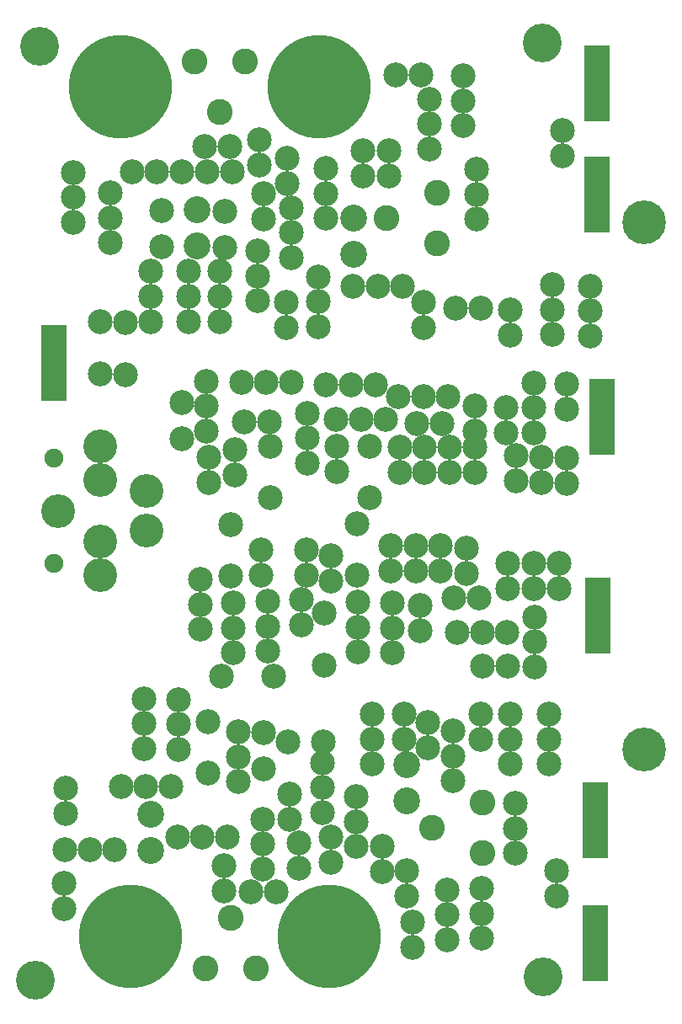
<source format=gbr>
G04 #@! TF.FileFunction,Soldermask,Bot*
%FSLAX46Y46*%
G04 Gerber Fmt 4.6, Leading zero omitted, Abs format (unit mm)*
G04 Created by KiCad (PCBNEW 4.0.7) date Tuesday, August 03, 2021 'PMt' 04:14:27 PM*
%MOMM*%
%LPD*%
G01*
G04 APERTURE LIST*
%ADD10C,0.100000*%
%ADD11C,2.500000*%
%ADD12C,1.900000*%
%ADD13C,3.400000*%
%ADD14R,2.500000X2.500000*%
%ADD15C,2.700000*%
%ADD16C,2.600000*%
%ADD17C,10.400000*%
%ADD18C,4.400000*%
%ADD19C,3.900000*%
G04 APERTURE END LIST*
D10*
D11*
X211400000Y-103430000D03*
X211400000Y-105970000D03*
X195700000Y-93730000D03*
X195700000Y-96270000D03*
X199170000Y-91000000D03*
X196630000Y-91000000D03*
X198400000Y-103830000D03*
X198400000Y-106370000D03*
X202400000Y-111370000D03*
X202400000Y-108830000D03*
X202200000Y-133280000D03*
X202200000Y-135820000D03*
X201200000Y-128430000D03*
X201200000Y-130970000D03*
X215150000Y-121180000D03*
X215150000Y-123720000D03*
X212750000Y-120330000D03*
X212750000Y-122870000D03*
X213050000Y-136080000D03*
X213050000Y-138620000D03*
X210550000Y-133680000D03*
X210550000Y-136220000D03*
D12*
X177550000Y-105200000D03*
X177550000Y-94600000D03*
D13*
X177950000Y-99900000D03*
X186850000Y-101900000D03*
X186850000Y-97900000D03*
X182200000Y-103000000D03*
X182200000Y-106400000D03*
X182200000Y-93400000D03*
X182200000Y-96800000D03*
D11*
X203000000Y-95100000D03*
X203000000Y-92600000D03*
X203000000Y-90100000D03*
X201400000Y-87000000D03*
X198900000Y-87000000D03*
X196400000Y-87000000D03*
X192900000Y-86900000D03*
X192900000Y-89400000D03*
X192900000Y-91900000D03*
X204900000Y-87200000D03*
X207400000Y-87200000D03*
X209900000Y-87200000D03*
X205900000Y-90700000D03*
X208400000Y-90700000D03*
X210900000Y-90700000D03*
X212200000Y-88400000D03*
X214700000Y-88400000D03*
X217200000Y-88400000D03*
X225806000Y-87035000D03*
X225806000Y-89535000D03*
X225806000Y-92035000D03*
X199000000Y-114000000D03*
X199000000Y-111500000D03*
X199000000Y-109000000D03*
X195600000Y-114200000D03*
X195600000Y-111700000D03*
X195600000Y-109200000D03*
X192300000Y-111800000D03*
X192300000Y-109300000D03*
X192300000Y-106800000D03*
X211600000Y-114200000D03*
X211600000Y-111700000D03*
X211600000Y-109200000D03*
X208100000Y-114100000D03*
X208100000Y-111600000D03*
X208100000Y-109100000D03*
X223100000Y-112100000D03*
X220600000Y-112100000D03*
X218100000Y-112100000D03*
X225900000Y-115600000D03*
X225900000Y-113100000D03*
X225900000Y-110600000D03*
X183650000Y-134000000D03*
X181150000Y-134000000D03*
X178650000Y-134000000D03*
X186600000Y-118800000D03*
X186600000Y-121300000D03*
X186600000Y-123800000D03*
X194950000Y-132700000D03*
X192450000Y-132700000D03*
X189950000Y-132700000D03*
X190050000Y-118900000D03*
X190050000Y-121400000D03*
X190050000Y-123900000D03*
X184300000Y-127650000D03*
X186800000Y-127650000D03*
X189300000Y-127650000D03*
X196100000Y-127150000D03*
X196100000Y-124650000D03*
X196100000Y-122150000D03*
X198500000Y-130900000D03*
X198500000Y-133400000D03*
X198500000Y-135900000D03*
X204550000Y-130250000D03*
X204550000Y-127750000D03*
X204550000Y-125250000D03*
X209550000Y-120350000D03*
X209550000Y-122850000D03*
X209550000Y-125350000D03*
X207900000Y-128650000D03*
X207900000Y-131150000D03*
X207900000Y-133650000D03*
X217650000Y-122050000D03*
X217650000Y-124550000D03*
X217650000Y-127050000D03*
X220550000Y-142900000D03*
X220550000Y-140400000D03*
X220550000Y-137900000D03*
X223400000Y-125350000D03*
X223400000Y-122850000D03*
X223400000Y-120350000D03*
X217050000Y-143000000D03*
X217050000Y-140500000D03*
X217050000Y-138000000D03*
X223950000Y-129350000D03*
X223950000Y-131850000D03*
X223950000Y-134350000D03*
X227300000Y-125350000D03*
X227300000Y-122850000D03*
X227300000Y-120350000D03*
D14*
X232000000Y-140860000D03*
X232000000Y-143400000D03*
X232000000Y-145940000D03*
X232000000Y-128460000D03*
X232000000Y-131000000D03*
X232000000Y-133540000D03*
D11*
X206000000Y-93430000D03*
X206000000Y-95970000D03*
X214030000Y-91100000D03*
X216570000Y-91100000D03*
X229108000Y-87122000D03*
X229108000Y-89662000D03*
X217300000Y-93530000D03*
X217300000Y-96070000D03*
X219900000Y-89330000D03*
X219900000Y-91870000D03*
X223000000Y-89530000D03*
X223000000Y-92070000D03*
X193100000Y-94530000D03*
X193100000Y-97070000D03*
X214400000Y-109430000D03*
X214400000Y-111970000D03*
X213900000Y-103430000D03*
X213900000Y-105970000D03*
X220630000Y-115500000D03*
X223170000Y-115500000D03*
X216400000Y-103430000D03*
X216400000Y-105970000D03*
X219000000Y-103630000D03*
X219000000Y-106170000D03*
X205400000Y-104430000D03*
X205400000Y-106970000D03*
X202900000Y-103830000D03*
X202900000Y-106370000D03*
X178750000Y-127830000D03*
X178750000Y-130370000D03*
X194600000Y-138120000D03*
X194600000Y-135580000D03*
D15*
X187250000Y-134050000D03*
X187250000Y-130450000D03*
D11*
X205400000Y-135270000D03*
X205400000Y-132730000D03*
D15*
X213000000Y-129050000D03*
X213000000Y-125450000D03*
D11*
X220450000Y-122870000D03*
X220450000Y-120330000D03*
X213600000Y-143770000D03*
X213600000Y-141230000D03*
X199870000Y-138250000D03*
X197330000Y-138250000D03*
X178550000Y-137380000D03*
X178550000Y-139920000D03*
D16*
X220600000Y-129260000D03*
X220600000Y-134340000D03*
X215520000Y-131800000D03*
X197890000Y-145900000D03*
X192810000Y-145900000D03*
X195350000Y-140820000D03*
D11*
X198200000Y-65170000D03*
X198200000Y-62630000D03*
X198600000Y-70570000D03*
X198600000Y-68030000D03*
X220470000Y-79500000D03*
X217930000Y-79500000D03*
X223400000Y-82270000D03*
X223400000Y-79730000D03*
X208600000Y-66270000D03*
X208600000Y-63730000D03*
X211200000Y-63730000D03*
X211200000Y-66270000D03*
D14*
X177550000Y-87540000D03*
X177550000Y-85000000D03*
X177550000Y-82460000D03*
D11*
X179500000Y-65900000D03*
X179500000Y-68400000D03*
X179500000Y-70900000D03*
X187250000Y-80850000D03*
X187250000Y-78350000D03*
X187250000Y-75850000D03*
X190400000Y-65850000D03*
X187900000Y-65850000D03*
X185400000Y-65850000D03*
X191050000Y-80850000D03*
X191050000Y-78350000D03*
X191050000Y-75850000D03*
X183250000Y-67950000D03*
X183250000Y-70450000D03*
X183250000Y-72950000D03*
X194200000Y-75850000D03*
X194200000Y-78350000D03*
X194200000Y-80850000D03*
X198000000Y-78800000D03*
X198000000Y-76300000D03*
X198000000Y-73800000D03*
X201400000Y-69450000D03*
X201400000Y-71950000D03*
X201400000Y-74450000D03*
X204100000Y-81400000D03*
X204100000Y-78900000D03*
X204100000Y-76400000D03*
X204900000Y-70500000D03*
X204900000Y-68000000D03*
X204900000Y-65500000D03*
X212600000Y-77300000D03*
X210100000Y-77300000D03*
X207600000Y-77300000D03*
X218700000Y-56200000D03*
X218700000Y-58700000D03*
X218700000Y-61200000D03*
X231500000Y-77300000D03*
X231500000Y-79800000D03*
X231500000Y-82300000D03*
X215300000Y-58500000D03*
X215300000Y-61000000D03*
X215300000Y-63500000D03*
X220000000Y-70600000D03*
X220000000Y-68100000D03*
X220000000Y-65600000D03*
X227700000Y-77200000D03*
X227700000Y-79700000D03*
X227700000Y-82200000D03*
D14*
X232156000Y-54356000D03*
X232156000Y-56896000D03*
X232156000Y-59436000D03*
X232156000Y-65532000D03*
X232156000Y-68072000D03*
X232156000Y-70612000D03*
D15*
X191900000Y-69650000D03*
X191900000Y-73250000D03*
D11*
X200900000Y-78930000D03*
X200900000Y-81470000D03*
X200950000Y-64430000D03*
X200950000Y-66970000D03*
D15*
X207700000Y-70500000D03*
X207700000Y-74100000D03*
D11*
X214700000Y-78930000D03*
X214700000Y-81470000D03*
X211930000Y-56100000D03*
X214470000Y-56100000D03*
X195220000Y-63250000D03*
X192680000Y-63250000D03*
D16*
X216100000Y-67960000D03*
X216100000Y-73040000D03*
X211020000Y-70500000D03*
X191710000Y-54700000D03*
X196790000Y-54700000D03*
X194250000Y-59780000D03*
D14*
X232664000Y-87884000D03*
X232664000Y-90424000D03*
X232664000Y-92964000D03*
X232200000Y-107860000D03*
X232200000Y-110400000D03*
X232200000Y-112940000D03*
D17*
X205200000Y-142700000D03*
X185200000Y-142700000D03*
X204200000Y-57300000D03*
X184200000Y-57300000D03*
D11*
X214800000Y-93530000D03*
X214800000Y-96070000D03*
X228700000Y-61630000D03*
X228700000Y-64170000D03*
X219900000Y-93530000D03*
X219900000Y-96070000D03*
X229108000Y-97155000D03*
X229108000Y-94615000D03*
X220270000Y-108700000D03*
X217730000Y-108700000D03*
X228300000Y-107770000D03*
X228300000Y-105230000D03*
X226568000Y-97028000D03*
X226568000Y-94488000D03*
X224028000Y-96901000D03*
X224028000Y-94361000D03*
X223200000Y-107770000D03*
X223200000Y-105230000D03*
X225800000Y-107770000D03*
X225800000Y-105230000D03*
X228100000Y-138670000D03*
X228100000Y-136130000D03*
X212300000Y-93530000D03*
X212300000Y-96070000D03*
X199300000Y-98600000D03*
X199300000Y-93400000D03*
X190400000Y-89050000D03*
X190400000Y-92650000D03*
X209300000Y-98600000D03*
X209300000Y-93400000D03*
X208000000Y-106400000D03*
X208000000Y-101200000D03*
X195300000Y-106500000D03*
X195300000Y-101300000D03*
X204700000Y-110200000D03*
X204700000Y-115400000D03*
X194400000Y-116500000D03*
X199600000Y-116500000D03*
X194700000Y-69800000D03*
X194700000Y-73400000D03*
X182200000Y-80900000D03*
X182200000Y-86100000D03*
X188350000Y-69750000D03*
X188350000Y-73350000D03*
X184700000Y-81000000D03*
X184700000Y-86200000D03*
X195470000Y-65800000D03*
X192930000Y-65800000D03*
X198600000Y-125850000D03*
X198600000Y-122250000D03*
X204650000Y-123150000D03*
X201050000Y-123150000D03*
X193000000Y-126300000D03*
X193000000Y-121100000D03*
D18*
X236850000Y-70900000D03*
X236850000Y-123900000D03*
D19*
X176100000Y-53200000D03*
X175700000Y-147100000D03*
X226700000Y-146800000D03*
X226600000Y-52900000D03*
M02*

</source>
